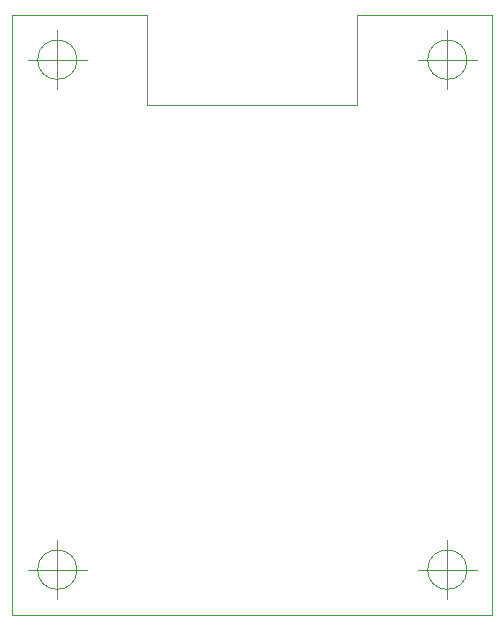
<source format=gbr>
G04 #@! TF.GenerationSoftware,KiCad,Pcbnew,5.1.5-52549c5~84~ubuntu16.04.1*
G04 #@! TF.CreationDate,2020-02-22T18:21:11+01:00*
G04 #@! TF.ProjectId,ESP-12F Board,4553502d-3132-4462-9042-6f6172642e6b,rev?*
G04 #@! TF.SameCoordinates,Original*
G04 #@! TF.FileFunction,Profile,NP*
%FSLAX46Y46*%
G04 Gerber Fmt 4.6, Leading zero omitted, Abs format (unit mm)*
G04 Created by KiCad (PCBNEW 5.1.5-52549c5~84~ubuntu16.04.1) date 2020-02-22 18:21:11*
%MOMM*%
%LPD*%
G04 APERTURE LIST*
%ADD10C,0.050000*%
G04 APERTURE END LIST*
D10*
X146050000Y-63500000D02*
X134620000Y-63500000D01*
X146050000Y-71120000D02*
X146050000Y-63500000D01*
X163830000Y-71120000D02*
X146050000Y-71120000D01*
X163830000Y-63500000D02*
X163830000Y-71120000D01*
X175260000Y-63500000D02*
X163830000Y-63500000D01*
X140096666Y-110490000D02*
G75*
G03X140096666Y-110490000I-1666666J0D01*
G01*
X135930000Y-110490000D02*
X140930000Y-110490000D01*
X138430000Y-107990000D02*
X138430000Y-112990000D01*
X173116666Y-110490000D02*
G75*
G03X173116666Y-110490000I-1666666J0D01*
G01*
X168950000Y-110490000D02*
X173950000Y-110490000D01*
X171450000Y-107990000D02*
X171450000Y-112990000D01*
X140096666Y-67310000D02*
G75*
G03X140096666Y-67310000I-1666666J0D01*
G01*
X135930000Y-67310000D02*
X140930000Y-67310000D01*
X138430000Y-64810000D02*
X138430000Y-69810000D01*
X173116666Y-67310000D02*
G75*
G03X173116666Y-67310000I-1666666J0D01*
G01*
X168950000Y-67310000D02*
X173950000Y-67310000D01*
X171450000Y-64810000D02*
X171450000Y-69810000D01*
X134620000Y-114300000D02*
X134620000Y-63500000D01*
X175260000Y-114300000D02*
X134620000Y-114300000D01*
X175260000Y-63500000D02*
X175260000Y-114300000D01*
M02*

</source>
